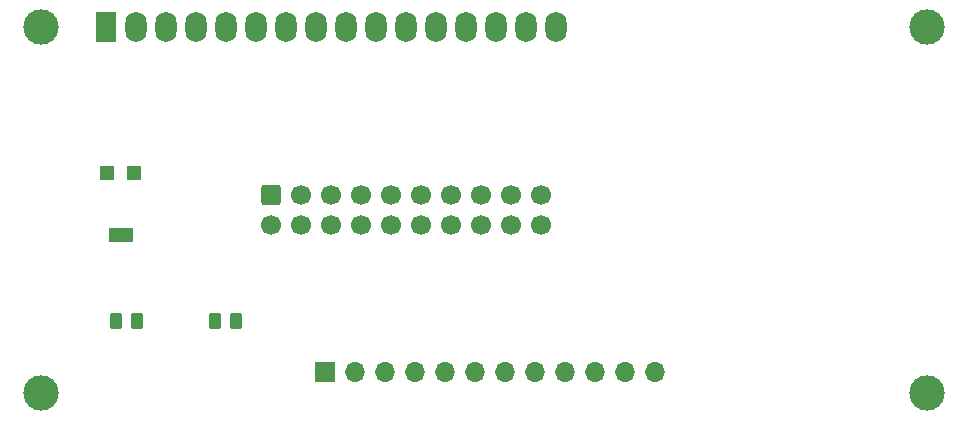
<source format=gbr>
%TF.GenerationSoftware,KiCad,Pcbnew,(6.0.0-0)*%
%TF.CreationDate,2022-01-07T22:13:43-05:00*%
%TF.ProjectId,LCD_Display,4c43445f-4469-4737-906c-61792e6b6963,rev?*%
%TF.SameCoordinates,Original*%
%TF.FileFunction,Soldermask,Bot*%
%TF.FilePolarity,Negative*%
%FSLAX46Y46*%
G04 Gerber Fmt 4.6, Leading zero omitted, Abs format (unit mm)*
G04 Created by KiCad (PCBNEW (6.0.0-0)) date 2022-01-07 22:13:43*
%MOMM*%
%LPD*%
G01*
G04 APERTURE LIST*
G04 Aperture macros list*
%AMRoundRect*
0 Rectangle with rounded corners*
0 $1 Rounding radius*
0 $2 $3 $4 $5 $6 $7 $8 $9 X,Y pos of 4 corners*
0 Add a 4 corners polygon primitive as box body*
4,1,4,$2,$3,$4,$5,$6,$7,$8,$9,$2,$3,0*
0 Add four circle primitives for the rounded corners*
1,1,$1+$1,$2,$3*
1,1,$1+$1,$4,$5*
1,1,$1+$1,$6,$7*
1,1,$1+$1,$8,$9*
0 Add four rect primitives between the rounded corners*
20,1,$1+$1,$2,$3,$4,$5,0*
20,1,$1+$1,$4,$5,$6,$7,0*
20,1,$1+$1,$6,$7,$8,$9,0*
20,1,$1+$1,$8,$9,$2,$3,0*%
G04 Aperture macros list end*
%ADD10C,1.700000*%
%ADD11RoundRect,0.250000X-0.600000X0.600000X-0.600000X-0.600000X0.600000X-0.600000X0.600000X0.600000X0*%
%ADD12C,3.000000*%
%ADD13R,1.800000X2.600000*%
%ADD14O,1.800000X2.600000*%
%ADD15R,1.300000X1.300000*%
%ADD16R,2.000000X1.300000*%
%ADD17R,1.700000X1.700000*%
%ADD18O,1.700000X1.700000*%
%ADD19RoundRect,0.250000X0.262500X0.450000X-0.262500X0.450000X-0.262500X-0.450000X0.262500X-0.450000X0*%
%ADD20RoundRect,0.250000X-0.262500X-0.450000X0.262500X-0.450000X0.262500X0.450000X-0.262500X0.450000X0*%
G04 APERTURE END LIST*
D10*
%TO.C,J21*%
X141478000Y-98044000D03*
X138938000Y-98044000D03*
X136398000Y-98044000D03*
X133858000Y-98044000D03*
X131318000Y-98044000D03*
X128778000Y-98044000D03*
X126238000Y-98044000D03*
X123698000Y-98044000D03*
X121158000Y-98044000D03*
X118618000Y-98044000D03*
X141478000Y-95504000D03*
X138938000Y-95504000D03*
X136398000Y-95504000D03*
X133858000Y-95504000D03*
X131318000Y-95504000D03*
X128778000Y-95504000D03*
X126238000Y-95504000D03*
X123698000Y-95504000D03*
X121158000Y-95504000D03*
D11*
X118618000Y-95504000D03*
%TD*%
D12*
%TO.C,DS1*%
X99148900Y-112280700D03*
X174147480Y-112280700D03*
X174148000Y-81280000D03*
X99148900Y-81280000D03*
D13*
X104648000Y-81280000D03*
D14*
X107188000Y-81280000D03*
X109728000Y-81280000D03*
X112268000Y-81280000D03*
X114808000Y-81280000D03*
X117348000Y-81280000D03*
X119888000Y-81280000D03*
X122428000Y-81280000D03*
X124968000Y-81280000D03*
X127508000Y-81280000D03*
X130048000Y-81280000D03*
X132588000Y-81280000D03*
X135128000Y-81280000D03*
X137668000Y-81280000D03*
X140208000Y-81280000D03*
X142748000Y-81280000D03*
%TD*%
D15*
%TO.C,RV1*%
X104768000Y-93666000D03*
D16*
X105918000Y-98866000D03*
D15*
X107068000Y-93666000D03*
%TD*%
D17*
%TO.C,J1*%
X123190000Y-110490000D03*
D18*
X125730000Y-110490000D03*
X128270000Y-110490000D03*
X130810000Y-110490000D03*
X133350000Y-110490000D03*
X135890000Y-110490000D03*
X138430000Y-110490000D03*
X140970000Y-110490000D03*
X143510000Y-110490000D03*
X146050000Y-110490000D03*
X148590000Y-110490000D03*
X151130000Y-110490000D03*
%TD*%
D19*
%TO.C,R1*%
X115720500Y-106172000D03*
X113895500Y-106172000D03*
%TD*%
D20*
%TO.C,R2*%
X107338500Y-106172000D03*
X105513500Y-106172000D03*
%TD*%
M02*

</source>
